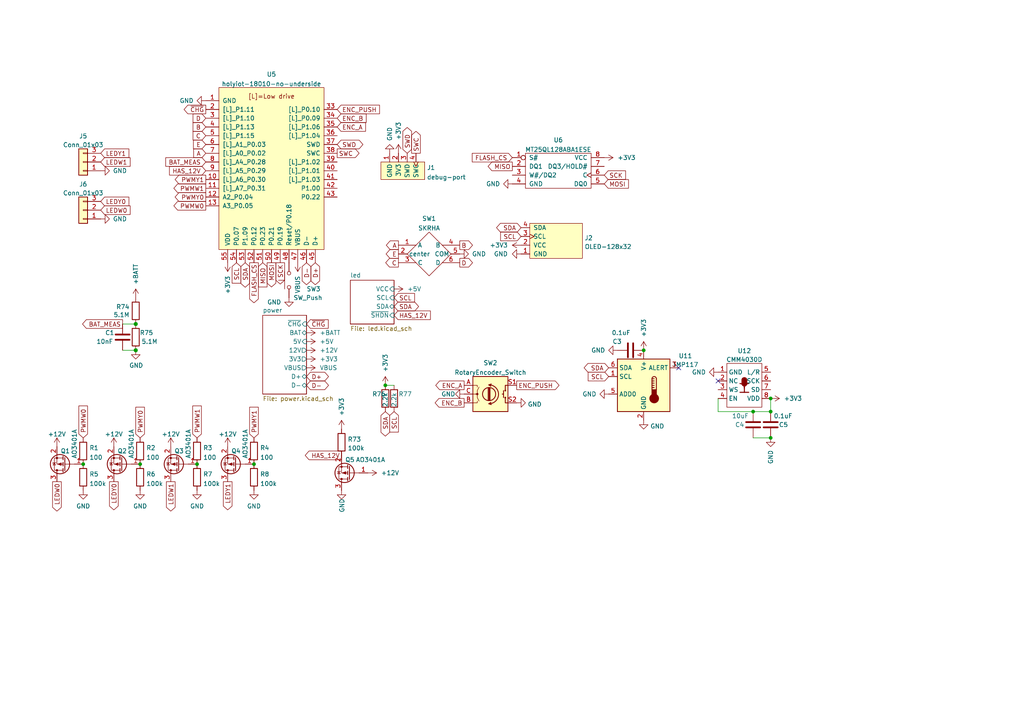
<source format=kicad_sch>
(kicad_sch (version 20211123) (generator eeschema)
  (paper "A4")
  (lib_symbols
    (symbol "Connector_Generic:Conn_01x03" (pin_names (offset 1.016) hide)
      (property "Reference" "J" (at 0 5.08 0))
      (property "Value" "Conn_01x03" (at 0 -5.08 0))
      (symbol "Conn_01x03_1_1"
        (rectangle (start -1.27 -2.413) (end 0 -2.667) (stroke (width 0.1524)))
        (rectangle (start -1.27 0.127) (end 0 -0.127) (stroke (width 0.1524)))
        (rectangle (start -1.27 2.667) (end 0 2.413) (stroke (width 0.1524)))
        (rectangle (start -1.27 3.81) (end 1.27 -3.81) (stroke (width 0.254)) (fill (type background)))
        (pin passive line (at -5.08 2.54 0) (length 3.81) (name "Pin_1") (number "1"))
        (pin passive line (at -5.08 0 0) (length 3.81) (name "Pin_2") (number "2"))
        (pin passive line (at -5.08 -2.54 0) (length 3.81) (name "Pin_3") (number "3"))
      )
    )
    (symbol "Device:C" (pin_numbers hide) (pin_names (offset 0.254))
      (property "Reference" "C" (at 0.635 2.54 0))
      (property "Value" "C" (at 0.635 -2.54 0))
      (symbol "C_0_1"
        (polyline (pts (xy -2.032 -0.762) (xy 2.032 -0.762)) (stroke (width 0.508)))
        (polyline (pts (xy -2.032 0.762) (xy 2.032 0.762)) (stroke (width 0.508)))
      )
      (symbol "C_1_1"
        (pin passive line (at 0 3.81 270) (length 2.794) (name "~") (number "1"))
        (pin passive line (at 0 -3.81 90) (length 2.794) (name "~") (number "2"))
      )
    )
    (symbol "Device:R" (pin_numbers hide) (pin_names (offset 0))
      (property "Reference" "R" (at 2.032 0 90))
      (property "Value" "R" (at 0 0 90))
      (symbol "R_0_1"
        (rectangle (start -1.016 -2.54) (end 1.016 2.54) (stroke (width 0.254)))
      )
      (symbol "R_1_1"
        (pin passive line (at 0 3.81 270) (length 1.27) (name "~") (number "1"))
        (pin passive line (at 0 -3.81 90) (length 1.27) (name "~") (number "2"))
      )
    )
    (symbol "Device:RotaryEncoder_Switch" (pin_names (offset 0.254) hide)
      (property "Reference" "SW" (at 0 6.604 0))
      (property "Value" "RotaryEncoder_Switch" (at 0 -6.604 0))
      (symbol "RotaryEncoder_Switch_0_1"
        (rectangle (start -5.08 5.08) (end 5.08 -5.08) (stroke (width 0.254)) (fill (type background)))
        (circle (center -3.81 0) (radius 0.254) (fill (type outline)))
        (arc (start -0.381 -2.794) (mid 2.3622 -0.0635) (end -0.381 2.667) (stroke (width 0.254)))
        (circle (center -0.381 0) (radius 1.905) (stroke (width 0.254)))
        (polyline (pts (xy -0.635 -1.778) (xy -0.635 1.778)) (stroke (width 0.254)))
        (polyline (pts (xy -0.381 -1.778) (xy -0.381 1.778)) (stroke (width 0.254)))
        (polyline (pts (xy -0.127 1.778) (xy -0.127 -1.778)) (stroke (width 0.254)))
        (polyline (pts (xy 3.81 0) (xy 3.429 0)) (stroke (width 0.254)))
        (polyline (pts (xy 3.81 1.016) (xy 3.81 -1.016)) (stroke (width 0.254)))
        (polyline (pts (xy -5.08 -2.54) (xy -3.81 -2.54) (xy -3.81 -2.032)))
        (polyline (pts (xy -5.08 2.54) (xy -3.81 2.54) (xy -3.81 2.032)))
        (polyline (pts (xy 0.254 -3.048) (xy -0.508 -2.794) (xy 0.127 -2.413)) (stroke (width 0.254)))
        (polyline (pts (xy 0.254 2.921) (xy -0.508 2.667) (xy 0.127 2.286)) (stroke (width 0.254)))
        (polyline (pts (xy 5.08 -2.54) (xy 4.318 -2.54) (xy 4.318 -1.016)) (stroke (width 0.254)))
        (polyline (pts (xy 5.08 2.54) (xy 4.318 2.54) (xy 4.318 1.016)) (stroke (width 0.254)))
        (polyline (pts (xy -5.08 0) (xy -3.81 0) (xy -3.81 -1.016) (xy -3.302 -2.032)))
        (polyline (pts (xy -4.318 0) (xy -3.81 0) (xy -3.81 1.016) (xy -3.302 2.032)))
        (circle (center 4.318 -1.016) (radius 0.127) (stroke (width 0.254)))
        (circle (center 4.318 1.016) (radius 0.127) (stroke (width 0.254)))
      )
      (symbol "RotaryEncoder_Switch_1_1"
        (pin passive line (at -7.62 2.54 0) (length 2.54) (name "A") (number "A"))
        (pin passive line (at -7.62 -2.54 0) (length 2.54) (name "B") (number "B"))
        (pin passive line (at -7.62 0 0) (length 2.54) (name "C") (number "C"))
        (pin passive line (at 7.62 2.54 180) (length 2.54) (name "S1") (number "S1"))
        (pin passive line (at 7.62 -2.54 180) (length 2.54) (name "S2") (number "S2"))
      )
    )
    (symbol "Switch:SW_Push" (pin_numbers hide) (pin_names (offset 1.016) hide)
      (property "Reference" "SW" (at 1.27 2.54 0))
      (property "Value" "SW_Push" (at 0 -1.524 0))
      (symbol "SW_Push_0_1"
        (circle (center -2.032 0) (radius 0.508))
        (polyline (pts (xy 0 1.27) (xy 0 3.048)))
        (polyline (pts (xy 2.54 1.27) (xy -2.54 1.27)))
        (circle (center 2.032 0) (radius 0.508))
        (pin passive line (at -5.08 0 0) (length 2.54) (name "1") (number "1"))
        (pin passive line (at 5.08 0 180) (length 2.54) (name "2") (number "2"))
      )
    )
    (symbol "Transistor_FET:AO3401A" (pin_names hide)
      (property "Reference" "Q" (at 5.08 1.905 0))
      (property "Value" "AO3401A" (at 5.08 0 0))
      (symbol "AO3401A_0_1"
        (polyline (pts (xy 0.254 0) (xy -2.54 0)))
        (polyline (pts (xy 0.254 1.905) (xy 0.254 -1.905)) (stroke (width 0.254)))
        (polyline (pts (xy 0.762 -1.27) (xy 0.762 -2.286)) (stroke (width 0.254)))
        (polyline (pts (xy 0.762 0.508) (xy 0.762 -0.508)) (stroke (width 0.254)))
        (polyline (pts (xy 0.762 2.286) (xy 0.762 1.27)) (stroke (width 0.254)))
        (polyline (pts (xy 2.54 2.54) (xy 2.54 1.778)))
        (polyline (pts (xy 2.54 -2.54) (xy 2.54 0) (xy 0.762 0)))
        (polyline (pts (xy 0.762 1.778) (xy 3.302 1.778) (xy 3.302 -1.778) (xy 0.762 -1.778)))
        (polyline (pts (xy 2.286 0) (xy 1.27 0.381) (xy 1.27 -0.381) (xy 2.286 0)) (fill (type outline)))
        (polyline (pts (xy 2.794 -0.508) (xy 2.921 -0.381) (xy 3.683 -0.381) (xy 3.81 -0.254)))
        (polyline (pts (xy 3.302 -0.381) (xy 2.921 0.254) (xy 3.683 0.254) (xy 3.302 -0.381)))
        (circle (center 1.651 0) (radius 2.794) (stroke (width 0.254)))
        (circle (center 2.54 -1.778) (radius 0.254) (fill (type outline)))
        (circle (center 2.54 1.778) (radius 0.254) (fill (type outline)))
      )
      (symbol "AO3401A_1_1"
        (pin input line (at -5.08 0 0) (length 2.54) (name "G") (number "1"))
        (pin passive line (at 2.54 -5.08 90) (length 2.54) (name "S") (number "2"))
        (pin passive line (at 2.54 5.08 270) (length 2.54) (name "D") (number "3"))
      )
    )
    (symbol "display:OLED-128x32" (pin_names (offset 1.016))
      (property "Reference" "J" (at 0 -6.35 0))
      (property "Value" "OLED-128x32" (at 0 6.35 0))
      (symbol "OLED-128x32_0_1"
        (rectangle (start 0 5.08) (end 15.24 -5.08) (fill (type background)))
      )
      (symbol "OLED-128x32_1_1"
        (pin power_in line (at -2.54 -3.81 0) (length 2.54) (name "GND") (number "1"))
        (pin power_in line (at -2.54 -1.27 0) (length 2.54) (name "VCC") (number "2"))
        (pin input clock (at -2.54 1.27 0) (length 2.54) (name "SCL") (number "3"))
        (pin bidirectional line (at -2.54 3.81 0) (length 2.54) (name "SDA") (number "4"))
      )
    )
    (symbol "ic:CMM4030D"
      (property "Reference" "U" (at 0 -10.922 0))
      (property "Value" "CMM4030D" (at 0 8.128 0))
      (symbol "CMM4030D_0_1"
        (rectangle (start -5.08 6.35) (end 5.08 -6.35) (stroke (width 0.1524)))
        (rectangle (start -0.762 1.524) (end 0.762 0.508) (stroke (width 0.1524)) (fill (type outline)))
        (arc (start 0 -0.762) (mid 0.898 1.406) (end -1.27 0.508) (stroke (width 0.3)))
        (polyline (pts (xy 0 -0.762) (xy 0 -2.032)) (stroke (width 0.3)))
        (polyline (pts (xy 1.27 -2.032) (xy -1.27 -2.032)) (stroke (width 0.3)))
        (circle (center 0 0.508) (radius 0.762) (stroke (width 0.1524)) (fill (type outline)))
        (circle (center 0 1.524) (radius 0.762) (stroke (width 0.1524)) (fill (type outline)))
        (arc (start 1.27 0.508) (mid -0.898 1.406) (end 0 -0.762) (stroke (width 0.3)))
      )
      (symbol "CMM4030D_1_1"
        (pin power_in line (at -7.62 3.81 0) (length 2.54) (name "GND") (number "1"))
        (pin input line (at -7.62 1.27 0) (length 2.54) (name "NC") (number "2"))
        (pin input line (at -7.62 -1.27 0) (length 2.54) (name "WS") (number "3"))
        (pin input line (at -7.62 -3.81 0) (length 2.54) (name "EN") (number "4"))
        (pin input line (at 7.62 3.81 180) (length 2.54) (name "L/R") (number "5"))
        (pin input line (at 7.62 1.27 180) (length 2.54) (name "SCK") (number "6"))
        (pin input line (at 7.62 -1.27 180) (length 2.54) (name "SD") (number "7"))
        (pin power_in line (at 7.62 -3.81 180) (length 2.54) (name "VDD") (number "8"))
      )
    )
    (symbol "ic:MT25QL128ABA1ESE" (pin_names (offset 1.016))
      (property "Reference" "U" (at 0 -12.7 0))
      (property "Value" "MT25QL128ABA1ESE" (at -1.27 12.7 0))
      (symbol "MT25QL128ABA1ESE_0_1"
        (rectangle (start -7.62 3.81) (end 11.43 -6.35))
      )
      (symbol "MT25QL128ABA1ESE_1_1"
        (pin input inverted (at -11.43 2.54 0) (length 3.81) (name "S#") (number "1"))
        (pin output line (at -11.43 0 0) (length 3.81) (name "DQ1") (number "2"))
        (pin bidirectional line (at -11.43 -2.54 0) (length 3.81) (name "W#/DQ2") (number "3"))
        (pin power_in line (at -11.43 -5.08 0) (length 3.81) (name "GND") (number "4"))
        (pin input line (at 15.24 -5.08 180) (length 3.81) (name "DQ0") (number "5"))
        (pin input clock (at 15.24 -2.54 180) (length 3.81) (name "C") (number "6"))
        (pin input line (at 15.24 0 180) (length 3.81) (name "DQ3/HOLD#") (number "7"))
        (pin power_in line (at 15.24 2.54 180) (length 3.81) (name "VCC") (number "8"))
      )
    )
    (symbol "ic:TMP117"
      (property "Reference" "U" (at 10.16 -2.54 0))
      (property "Value" "TMP117" (at 12.7 -5.08 0))
      (symbol "TMP117_0_1"
        (rectangle (start -7.62 7.62) (end 7.62 -7.62) (stroke (width 0.254)) (fill (type background)))
      )
      (symbol "TMP117_1_1"
        (polyline (pts (xy 2.413 -0.635) (xy 3.048 -0.635)) (stroke (width 0.254)))
        (polyline (pts (xy 2.413 0) (xy 3.048 0)) (stroke (width 0.254)))
        (polyline (pts (xy 2.413 0.635) (xy 3.048 0.635)) (stroke (width 0.254)))
        (polyline (pts (xy 2.413 1.27) (xy 3.048 1.27)) (stroke (width 0.254)))
        (polyline (pts (xy 2.413 1.905) (xy 2.413 -1.27)) (stroke (width 0.254)))
        (polyline (pts (xy 2.413 1.905) (xy 3.048 1.905)) (stroke (width 0.254)))
        (polyline (pts (xy 3.683 1.905) (xy 3.683 -1.27)) (stroke (width 0.254)))
        (circle (center 3.048 -3.81) (radius 1.27) (stroke (width 0.254)) (fill (type outline)))
        (rectangle (start 3.683 -3.175) (end 2.413 -1.27) (stroke (width 0.254)) (fill (type outline)))
        (arc (start 3.683 1.905) (mid 3.048 2.54) (end 2.413 1.905) (stroke (width 0.254)))
        (pin input line (at -10.16 2.54 0) (length 2.54) (name "SCL") (number "1"))
        (pin power_in line (at 0 -10.16 90) (length 2.54) (name "GND") (number "2"))
        (pin open_collector line (at 10.16 5.08 180) (length 2.54) (name "ALERT") (number "3"))
        (pin power_in line (at 0 10.16 270) (length 2.54) (name "V+") (number "4"))
        (pin input line (at -10.16 -2.54 0) (length 2.54) (name "ADD0") (number "5"))
        (pin bidirectional line (at -10.16 5.08 0) (length 2.54) (name "SDA") (number "6"))
        (pin power_in line (at 0 -10.16 90) (length 2.54) hide (name "GND") (number "7"))
      )
    )
    (symbol "mcu:holyiot-18010-no-underside" (pin_names (offset 1.016))
      (property "Reference" "U" (at 0 20.32 0))
      (property "Value" "holyiot-18010-no-underside" (at 0 17.78 0))
      (symbol "holyiot-18010-no-underside_0_0"
        (text "[L]=Low drive" (at 0 13.97 0) (effects (font (size 1.27 1.27))))
      )
      (symbol "holyiot-18010-no-underside_0_1"
        (rectangle (start -15.24 -30.48) (end 15.24 16.51) (fill (type background)))
      )
      (symbol "holyiot-18010-no-underside_1_1"
        (pin power_in line (at -19.05 12.7 0) (length 3.81) (name "GND") (number "1"))
        (pin bidirectional line (at -19.05 -10.16 0) (length 3.81) (name "[L]_A6_P0.30") (number "10"))
        (pin bidirectional line (at -19.05 -12.7 0) (length 3.81) (name "[L]_A7_P0.31") (number "11"))
        (pin bidirectional line (at -19.05 -15.24 0) (length 3.81) (name "A2_P0.04") (number "12"))
        (pin bidirectional line (at -19.05 -17.78 0) (length 3.81) (name "A3_P0.05") (number "13"))
        (pin bidirectional line (at -19.05 10.16 0) (length 3.81) (name "[L]_P1.11") (number "2"))
        (pin bidirectional line (at -19.05 7.62 0) (length 3.81) (name "[L]_P1.10") (number "3"))
        (pin passive line (at -19.05 12.7 0) (length 3.81) hide (name "GND") (number "32"))
        (pin bidirectional line (at 19.05 10.16 180) (length 3.81) (name "[L]_P0.10") (number "33"))
        (pin bidirectional line (at 19.05 7.62 180) (length 3.81) (name "[L]_P0.09") (number "34"))
        (pin bidirectional line (at 19.05 5.08 180) (length 3.81) (name "[L]_P1.06") (number "35"))
        (pin bidirectional line (at 19.05 2.54 180) (length 3.81) (name "[L]_P1.04") (number "36"))
        (pin input line (at 19.05 0 180) (length 3.81) (name "SWD") (number "37"))
        (pin bidirectional line (at 19.05 -2.54 180) (length 3.81) (name "SWC") (number "38"))
        (pin bidirectional line (at 19.05 -5.08 180) (length 3.81) (name "[L]_P1.02") (number "39"))
        (pin bidirectional line (at -19.05 5.08 0) (length 3.81) (name "[L]_P1.13") (number "4"))
        (pin bidirectional line (at 19.05 -7.62 180) (length 3.81) (name "[L]_P1.01") (number "40"))
        (pin bidirectional line (at 19.05 -10.16 180) (length 3.81) (name "[L]_P1.03") (number "41"))
        (pin bidirectional line (at 19.05 -12.7 180) (length 3.81) (name "P1.00") (number "42"))
        (pin bidirectional line (at 19.05 -15.24 180) (length 3.81) (name "P0.22") (number "43"))
        (pin passive line (at -19.05 12.7 0) (length 3.81) hide (name "GND") (number "44"))
        (pin bidirectional line (at 12.7 -34.29 90) (length 3.81) (name "D+") (number "45"))
        (pin bidirectional line (at 10.16 -34.29 90) (length 3.81) (name "D-") (number "46"))
        (pin power_in line (at 7.62 -34.29 90) (length 3.81) (name "VBUS") (number "47"))
        (pin bidirectional line (at 5.08 -34.29 90) (length 3.81) (name "Reset/P0.18") (number "48"))
        (pin bidirectional line (at 2.54 -34.29 90) (length 3.81) (name "P0.19") (number "49"))
        (pin bidirectional line (at -19.05 2.54 0) (length 3.81) (name "[L]_P1.15") (number "5"))
        (pin bidirectional line (at 0 -34.29 90) (length 3.81) (name "P0.21") (number "50"))
        (pin bidirectional line (at -2.54 -34.29 90) (length 3.81) (name "P0.23") (number "51"))
        (pin bidirectional line (at -5.08 -34.29 90) (length 3.81) (name "P0.12") (number "52"))
        (pin bidirectional line (at -7.62 -34.29 90) (length 3.81) (name "P1.09") (number "53"))
        (pin bidirectional line (at -10.16 -34.29 90) (length 3.81) (name "P0.07") (number "54"))
        (pin power_in line (at -12.7 -34.29 90) (length 3.81) (name "VDD") (number "55"))
        (pin bidirectional line (at -19.05 0 0) (length 3.81) (name "[L]_A1_P0.03") (number "6"))
        (pin bidirectional line (at -19.05 -2.54 0) (length 3.81) (name "[L]_A0_P0.02") (number "7"))
        (pin bidirectional line (at -19.05 -5.08 0) (length 3.81) (name "[L]_A4_P0.28") (number "8"))
        (pin bidirectional line (at -19.05 -7.62 0) (length 3.81) (name "[L]_A5_P0.29") (number "9"))
      )
    )
    (symbol "misc:debug-port" (in_bom no)
      (property "Reference" "J" (at 0 6.35 0))
      (property "Value" "debug-port" (at 0 -3.81 0))
      (symbol "debug-port_0_1"
        (rectangle (start -6.35 2.54) (end 6.35 -2.54) (fill (type background)))
      )
      (symbol "debug-port_1_1"
        (pin power_out line (at -3.81 5.08 270) (length 2.54) (name "GND") (number "1"))
        (pin power_out line (at -1.27 5.08 270) (length 2.54) (name "3V3") (number "2"))
        (pin bidirectional line (at 1.27 5.08 270) (length 2.54) (name "SWD") (number "3"))
        (pin output clock (at 3.81 5.08 270) (length 2.54) (name "SWC") (number "4"))
      )
    )
    (symbol "power:+12V" (power) (pin_names (offset 0))
      (property "Value" "+12V" (at 0 3.556 0))
      (symbol "+12V_0_1"
        (polyline (pts (xy -0.762 1.27) (xy 0 2.54)))
        (polyline (pts (xy 0 0) (xy 0 2.54)))
        (polyline (pts (xy 0 2.54) (xy 0.762 1.27)))
      )
      (symbol "+12V_1_1"
        (pin power_in line (at 0 0 90) (length 0) hide (name "+12V") (number "1"))
      )
    )
    (symbol "power:+3V3" (power) (pin_names (offset 0))
      (property "Value" "+3V3" (at 0 3.556 0))
      (symbol "+3V3_0_1"
        (polyline (pts (xy -0.762 1.27) (xy 0 2.54)))
        (polyline (pts (xy 0 0) (xy 0 2.54)))
        (polyline (pts (xy 0 2.54) (xy 0.762 1.27)))
      )
      (symbol "+3V3_1_1"
        (pin power_in line (at 0 0 90) (length 0) hide (name "+3V3") (number "1"))
      )
    )
    (symbol "power:+5V" (power) (pin_names (offset 0))
      (property "Value" "+5V" (at 0 3.556 0))
      (symbol "+5V_0_1"
        (polyline (pts (xy -0.762 1.27) (xy 0 2.54)))
        (polyline (pts (xy 0 0) (xy 0 2.54)))
        (polyline (pts (xy 0 2.54) (xy 0.762 1.27)))
      )
      (symbol "+5V_1_1"
        (pin power_in line (at 0 0 90) (length 0) hide (name "+5V") (number "1"))
      )
    )
    (symbol "power:+BATT" (power) (pin_names (offset 0))
      (property "Value" "+BATT" (at 0 3.556 0))
      (symbol "+BATT_0_1"
        (polyline (pts (xy -0.762 1.27) (xy 0 2.54)))
        (polyline (pts (xy 0 0) (xy 0 2.54)))
        (polyline (pts (xy 0 2.54) (xy 0.762 1.27)))
      )
      (symbol "+BATT_1_1"
        (pin power_in line (at 0 0 90) (length 0) hide (name "+BATT") (number "1"))
      )
    )
    (symbol "power:GND" (power) (pin_names (offset 0))
      (property "Value" "GND" (at 0 -3.81 0))
      (symbol "GND_0_1"
        (polyline (pts (xy 0 0) (xy 0 -1.27) (xy 1.27 -1.27) (xy 0 -2.54) (xy -1.27 -1.27) (xy 0 -1.27)))
      )
      (symbol "GND_1_1"
        (pin power_in line (at 0 0 270) (length 0) hide (name "GND") (number "1"))
      )
    )
    (symbol "power:VBUS" (power) (pin_names (offset 0))
      (property "Value" "VBUS" (at 0 3.81 0))
      (symbol "VBUS_0_1"
        (polyline (pts (xy -0.762 1.27) (xy 0 2.54)))
        (polyline (pts (xy 0 0) (xy 0 2.54)))
        (polyline (pts (xy 0 2.54) (xy 0.762 1.27)))
      )
      (symbol "VBUS_1_1"
        (pin power_in line (at 0 0 90) (length 0) hide (name "VBUS") (number "1"))
      )
    )
    (symbol "switch:SKRHA"
      (property "Reference" "SW" (at 0 8.89 0))
      (property "Value" "SKRHA" (at 0 -8.89 0))
      (symbol "SKRHA_0_1"
        (polyline (pts (xy 0 -6.35) (xy 6.35 0) (xy 0 6.35) (xy -6.35 0) (xy 0 -6.35)) (stroke (width 0.1524)))
      )
      (symbol "SKRHA_1_1"
        (pin bidirectional line (at -8.89 2.54 0) (length 5.08) (name "A") (number "1"))
        (pin bidirectional line (at -8.89 0 0) (length 2.54) (name "center") (number "2"))
        (pin bidirectional line (at -8.89 -2.54 0) (length 5.08) (name "C") (number "3"))
        (pin bidirectional line (at 8.89 2.54 180) (length 5.08) (name "B") (number "4"))
        (pin bidirectional line (at 8.89 0 180) (length 2.54) (name "COM") (number "5"))
        (pin bidirectional line (at 8.89 -2.54 180) (length 5.08) (name "D") (number "6"))
      )
    )
  )
  (junction (at 223.52 115.57))
  (junction (at 218.44 119.38))
  (junction (at 40.64 134.62))
  (junction (at 223.52 127))
  (junction (at 223.52 119.38))
  (junction (at 39.37 101.6) (diameter 1.016))
  (junction (at 57.15 134.62))
  (junction (at 39.37 93.98) (diameter 1.016))
  (junction (at 186.69 101.6))
  (junction (at 24.13 134.62))
  (junction (at 111.76 111.76))
  (junction (at 73.66 134.62))
  (no_connect (at 208.28 110.49))
  (no_connect (at 196.85 106.68))
  (wire (pts (xy 208.28 115.57) (xy 208.28 119.38)))
  (wire (pts (xy 218.44 127) (xy 223.52 127)))
  (wire (pts (xy 223.52 119.38) (xy 223.52 115.57)))
  (wire (pts (xy 35.56 93.98) (xy 39.37 93.98)))
  (wire (pts (xy 111.76 111.76) (xy 114.3 111.76)))
  (wire (pts (xy 39.37 101.6) (xy 35.56 101.6)))
  (wire (pts (xy 208.28 119.38) (xy 218.44 119.38)))
  (wire (pts (xy 218.44 119.38) (xy 223.52 119.38)))
  (global_label "C" (shape input) (at 59.69 39.37 180) (property "Intersheet References" "${INTERSHEET_REFS}" (effects hide)))
  (global_label "ENC_A" (shape output) (at 134.62 111.76 180) (property "Intersheet References" "${INTERSHEET_REFS}" (effects hide)))
  (global_label "SCL" (shape input) (at 151.13 68.58 180) (property "Intersheet References" "${INTERSHEET_REFS}" (effects hide)))
  (global_label "D+" (shape bidirectional) (at 88.9 109.22 0) (property "Intersheet References" "${INTERSHEET_REFS}" (effects hide)))
  (global_label "ENC_B" (shape output) (at 134.62 116.84 180) (property "Intersheet References" "${INTERSHEET_REFS}" (effects hide)))
  (global_label "LEDY0" (shape output) (at 33.02 139.7 270) (property "Intersheet References" "${INTERSHEET_REFS}" (effects hide)))
  (global_label "D" (shape output) (at 133.35 76.2 0) (property "Intersheet References" "${INTERSHEET_REFS}" (effects hide)))
  (global_label "FLASH_CS" (shape output) (at 73.66 76.2 270) (property "Intersheet References" "${INTERSHEET_REFS}" (effects hide)))
  (global_label "HAS_12V" (shape output) (at 99.06 132.08 180) (property "Intersheet References" "${INTERSHEET_REFS}" (effects hide)))
  (global_label "B" (shape output) (at 133.35 71.12 0) (property "Intersheet References" "${INTERSHEET_REFS}" (effects hide)))
  (global_label "HAS_12V" (shape input) (at 114.3 91.44 0) (property "Intersheet References" "${INTERSHEET_REFS}" (effects hide)))
  (global_label "SDA" (shape bidirectional) (at 114.3 88.9 0) (property "Intersheet References" "${INTERSHEET_REFS}" (effects hide)))
  (global_label "LEDW1" (shape output) (at 49.53 139.7 270) (property "Intersheet References" "${INTERSHEET_REFS}" (effects hide)))
  (global_label "D-" (shape bidirectional) (at 88.9 76.2 270) (property "Intersheet References" "${INTERSHEET_REFS}" (effects hide)))
  (global_label "PWMW1" (shape output) (at 59.69 54.61 180) (property "Intersheet References" "${INTERSHEET_REFS}" (effects hide)))
  (global_label "FLASH_CS" (shape input) (at 148.59 45.72 180) (property "Intersheet References" "${INTERSHEET_REFS}" (effects hide)))
  (global_label "ENC_A" (shape input) (at 97.79 36.83 0) (property "Intersheet References" "${INTERSHEET_REFS}" (effects hide)))
  (global_label "PWMY0" (shape input) (at 40.64 127 90) (property "Intersheet References" "${INTERSHEET_REFS}" (effects hide)))
  (global_label "E" (shape input) (at 59.69 41.91 180) (property "Intersheet References" "${INTERSHEET_REFS}" (effects hide)))
  (global_label "A" (shape output) (at 115.57 71.12 180) (property "Intersheet References" "${INTERSHEET_REFS}" (effects hide)))
  (global_label "PWMY1" (shape output) (at 59.69 52.07 180) (property "Intersheet References" "${INTERSHEET_REFS}" (effects hide)))
  (global_label "SDA" (shape bidirectional) (at 71.12 76.2 270) (property "Intersheet References" "${INTERSHEET_REFS}" (effects hide)))
  (global_label "PWMY1" (shape input) (at 73.66 127 90) (property "Intersheet References" "${INTERSHEET_REFS}" (effects hide)))
  (global_label "MOSI" (shape input) (at 175.26 53.34 0) (property "Intersheet References" "${INTERSHEET_REFS}" (effects hide)))
  (global_label "ENC_PUSH" (shape output) (at 149.86 111.76 0) (property "Intersheet References" "${INTERSHEET_REFS}" (effects hide)))
  (global_label "~{CHG}" (shape input) (at 88.9 93.98 0) (property "Intersheet References" "${INTERSHEET_REFS}" (effects hide)))
  (global_label "PWMY0" (shape output) (at 59.69 57.15 180) (property "Intersheet References" "${INTERSHEET_REFS}" (effects hide)))
  (global_label "BAT_MEAS" (shape input) (at 59.69 46.99 180) (property "Intersheet References" "${INTERSHEET_REFS}" (effects hide)))
  (global_label "PWMW0" (shape input) (at 24.13 127 90) (property "Intersheet References" "${INTERSHEET_REFS}" (effects hide)))
  (global_label "SCL" (shape input) (at 176.53 109.22 180) (property "Intersheet References" "${INTERSHEET_REFS}" (effects hide)))
  (global_label "~{CHG}" (shape output) (at 59.69 31.75 180) (property "Intersheet References" "${INTERSHEET_REFS}" (effects hide)))
  (global_label "SDA" (shape bidirectional) (at 176.53 106.68 180) (property "Intersheet References" "${INTERSHEET_REFS}" (effects hide)))
  (global_label "E" (shape output) (at 115.57 73.66 180) (property "Intersheet References" "${INTERSHEET_REFS}" (effects hide)))
  (global_label "MISO" (shape output) (at 148.59 48.26 180) (property "Intersheet References" "${INTERSHEET_REFS}" (effects hide)))
  (global_label "LEDY1" (shape output) (at 66.04 139.7 270) (property "Intersheet References" "${INTERSHEET_REFS}" (effects hide)))
  (global_label "SCK" (shape output) (at 81.28 76.2 270) (property "Intersheet References" "${INTERSHEET_REFS}" (effects hide)))
  (global_label "MISO" (shape input) (at 76.2 76.2 270) (property "Intersheet References" "${INTERSHEET_REFS}" (effects hide)))
  (global_label "PWMW1" (shape input) (at 57.15 127 90) (property "Intersheet References" "${INTERSHEET_REFS}" (effects hide)))
  (global_label "LEDW0" (shape input) (at 29.21 60.96 0) (property "Intersheet References" "${INTERSHEET_REFS}" (effects hide)))
  (global_label "C" (shape output) (at 115.57 76.2 180) (property "Intersheet References" "${INTERSHEET_REFS}" (effects hide)))
  (global_label "LEDY1" (shape input) (at 29.21 44.45 0) (property "Intersheet References" "${INTERSHEET_REFS}" (effects hide)))
  (global_label "BAT_MEAS" (shape output) (at 35.56 93.98 180) (property "Intersheet References" "${INTERSHEET_REFS}" (effects hide)))
  (global_label "SDA" (shape bidirectional) (at 111.76 119.38 270) (property "Intersheet References" "${INTERSHEET_REFS}" (effects hide)))
  (global_label "D" (shape input) (at 59.69 34.29 180) (property "Intersheet References" "${INTERSHEET_REFS}" (effects hide)))
  (global_label "B" (shape input) (at 59.69 36.83 180) (property "Intersheet References" "${INTERSHEET_REFS}" (effects hide)))
  (global_label "PWMW0" (shape output) (at 59.69 59.69 180) (property "Intersheet References" "${INTERSHEET_REFS}" (effects hide)))
  (global_label "D+" (shape bidirectional) (at 91.44 76.2 270) (property "Intersheet References" "${INTERSHEET_REFS}" (effects hide)))
  (global_label "D-" (shape bidirectional) (at 88.9 111.76 0) (property "Intersheet References" "${INTERSHEET_REFS}" (effects hide)))
  (global_label "SCK" (shape input) (at 175.26 50.8 0) (property "Intersheet References" "${INTERSHEET_REFS}" (effects hide)))
  (global_label "SCL" (shape input) (at 114.3 86.36 0) (property "Intersheet References" "${INTERSHEET_REFS}" (effects hide)))
  (global_label "SWC" (shape output) (at 120.65 44.45 90) (property "Intersheet References" "${INTERSHEET_REFS}" (effects hide)))
  (global_label "SCL" (shape input) (at 68.58 76.2 270) (property "Intersheet References" "${INTERSHEET_REFS}" (effects hide)))
  (global_label "A" (shape input) (at 59.69 44.45 180) (property "Intersheet References" "${INTERSHEET_REFS}" (effects hide)))
  (global_label "SWC" (shape output) (at 97.79 44.45 0) (property "Intersheet References" "${INTERSHEET_REFS}" (effects hide)))
  (global_label "LEDW1" (shape input) (at 29.21 46.99 0) (property "Intersheet References" "${INTERSHEET_REFS}" (effects hide)))
  (global_label "SCL" (shape input) (at 114.3 119.38 270) (property "Intersheet References" "${INTERSHEET_REFS}" (effects hide)))
  (global_label "SWD" (shape bidirectional) (at 118.11 44.45 90) (property "Intersheet References" "${INTERSHEET_REFS}" (effects hide)))
  (global_label "ENC_PUSH" (shape input) (at 97.79 31.75 0) (property "Intersheet References" "${INTERSHEET_REFS}" (effects hide)))
  (global_label "SWD" (shape bidirectional) (at 97.79 41.91 0) (property "Intersheet References" "${INTERSHEET_REFS}" (effects hide)))
  (global_label "ENC_B" (shape input) (at 97.79 34.29 0) (property "Intersheet References" "${INTERSHEET_REFS}" (effects hide)))
  (global_label "HAS_12V" (shape input) (at 59.69 49.53 180) (property "Intersheet References" "${INTERSHEET_REFS}" (effects hide)))
  (global_label "LEDW0" (shape output) (at 16.51 139.7 270) (property "Intersheet References" "${INTERSHEET_REFS}" (effects hide)))
  (global_label "SDA" (shape bidirectional) (at 151.13 66.04 180) (property "Intersheet References" "${INTERSHEET_REFS}" (effects hide)))
  (global_label "MOSI" (shape output) (at 78.74 76.2 270) (property "Intersheet References" "${INTERSHEET_REFS}" (effects hide)))
  (global_label "LEDY0" (shape input) (at 29.21 58.42 0) (property "Intersheet References" "${INTERSHEET_REFS}" (effects hide)))
  (symbol (lib_id "power:+3V3") (at 186.69 101.6 0) (unit 1)
    (property "Reference" "#PWR0121" (effects hide))
    (property "Value" "+3V3" (at 186.69 97.79 90) (effects (justify left)))
  )
  (symbol (lib_id "power:GND") (at 151.13 73.66 270) (unit 1)
    (property "Reference" "#PWR011" (effects hide))
    (property "Value" "GND" (at 147.32 73.66 90) (effects (justify right)))
  )
  (symbol (lib_id "power:+BATT") (at 39.37 86.36 0) (unit 1)
    (property "Reference" "#PWR0114" (effects hide))
    (property "Value" "+BATT" (at 39.37 82.55 90) (effects (justify left)))
  )
  (symbol (lib_id "power:GND") (at 24.13 142.24 0) (unit 1)
    (property "Reference" "#PWR025" (effects hide))
    (property "Value" "GND" (at 24.13 146.8025 0))
  )
  (symbol (lib_id "power:+3V3") (at 66.04 76.2 180) (unit 1)
    (property "Reference" "#PWR013" (effects hide))
    (property "Value" "+3V3" (at 66.04 80.01 90) (effects (justify left)))
  )
  (symbol (lib_id "power:+3V3") (at 223.52 115.57 270) (unit 1)
    (property "Reference" "#PWR0123" (effects hide))
    (property "Value" "+3V3" (at 227.33 115.57 90) (effects (justify left)))
  )
  (symbol (lib_id "Connector_Generic:Conn_01x03") (at 24.13 60.96 180) (unit 1)
    (property "Reference" "J6" (at 24.13 53.4502 0))
    (property "Value" "Conn_01x03" (at 24.13 55.9871 0))
    (property "Footprint" "Connector_PinHeader_2.54mm:PinHeader_1x03_P2.54mm_Vertical" (effects hide))
  )
  (symbol (lib_id "power:GND") (at 39.37 101.6 0) (unit 1)
    (property "Reference" "#PWR0113" (effects hide))
    (property "Value" "GND" (at 39.497 105.9942 0))
  )
  (symbol (lib_id "power:+12V") (at 49.53 129.54 0) (unit 1)
    (property "Reference" "#PWR023" (effects hide))
    (property "Value" "+12V" (at 49.53 125.9355 0))
  )
  (symbol (lib_id "power:GND") (at 133.35 73.66 90) (unit 1)
    (property "Reference" "#PWR0118" (effects hide))
    (property "Value" "GND" (at 140.97 73.66 90) (effects (justify left)))
  )
  (symbol (lib_id "power:+3V3") (at 99.06 124.46 0) (unit 1)
    (property "Reference" "#PWR0112" (effects hide))
    (property "Value" "+3V3" (at 99.06 120.65 90) (effects (justify left)))
  )
  (symbol (lib_id "power:+3V3") (at 175.26 45.72 270) (unit 1)
    (property "Reference" "#PWR09" (effects hide))
    (property "Value" "+3V3" (at 179.07 45.72 90) (effects (justify left)))
  )
  (symbol (lib_id "power:GND") (at 149.86 116.84 90) (unit 1)
    (property "Reference" "#PWR0116" (effects hide))
    (property "Value" "GND" (at 153.035 117.2738 90) (effects (justify right)))
  )
  (symbol (lib_id "power:+12V") (at 33.02 129.54 0) (unit 1)
    (property "Reference" "#PWR022" (effects hide))
    (property "Value" "+12V" (at 33.02 125.9355 0))
  )
  (symbol (lib_id "power:+3V3") (at 88.9 104.14 270) (unit 1)
    (property "Reference" "#PWR019" (effects hide))
    (property "Value" "+3V3" (at 92.71 104.14 90) (effects (justify left)))
  )
  (symbol (lib_id "power:GND") (at 148.59 53.34 270) (unit 1)
    (property "Reference" "#PWR010" (effects hide))
    (property "Value" "GND" (at 140.97 53.34 90) (effects (justify left)))
  )
  (symbol (lib_id "power:+BATT") (at 88.9 96.52 270) (unit 1)
    (property "Reference" "#PWR016" (effects hide))
    (property "Value" "+BATT" (at 92.71 96.52 90) (effects (justify left)))
  )
  (symbol (lib_id "Device:R") (at 24.13 138.43 0) (unit 1)
    (property "Reference" "R5" (at 25.908 137.5215 0) (effects (justify left)))
    (property "Value" "100k" (at 25.908 140.2966 0) (effects (justify left)))
    (property "Footprint" "Resistor_SMD:R_0603_1608Metric" (effects hide))
  )
  (symbol (lib_id "power:GND") (at 29.21 63.5 90) (unit 1)
    (property "Reference" "#PWR0109" (effects hide))
    (property "Value" "GND" (at 36.83 63.5 90) (effects (justify left)))
  )
  (symbol (lib_id "Device:R") (at 39.37 97.79 0) (mirror y) (unit 1)
    (property "Reference" "R75" (at 44.45 96.52 0) (effects (justify left)))
    (property "Value" "5.1M" (at 45.72 99.06 0) (effects (justify left)))
    (property "Footprint" "Resistor_SMD:R_0603_1608Metric" (effects hide))
  )
  (symbol (lib_id "ic:TMP117") (at 186.69 111.76 0) (unit 1)
    (property "Reference" "U11" (at 198.8102 103.2216 0))
    (property "Value" "TMP117" (at 198.8102 105.7585 0))
    (property "Footprint" "Package_SON:WSON-6-1EP_2x2mm_P0.65mm_EP1x1.6mm" (effects hide))
    (property "Datasheet" "http://www.ti.com/lit/gpn/tmp117" (effects hide))
  )
  (symbol (lib_id "power:+12V") (at 106.68 137.16 270) (unit 1)
    (property "Reference" "#PWR0106" (effects hide))
    (property "Value" "+12V" (at 110.49 137.16 90) (effects (justify left)))
  )
  (symbol (lib_id "power:GND") (at 40.64 142.24 0) (unit 1)
    (property "Reference" "#PWR026" (effects hide))
    (property "Value" "GND" (at 40.64 146.8025 0))
  )
  (symbol (lib_id "power:GND") (at 83.82 86.36 0) (unit 1)
    (property "Reference" "#PWR0115" (effects hide))
    (property "Value" "GND" (at 77.47 87.63 0) (effects (justify left)))
  )
  (symbol (lib_id "power:+3V3") (at 151.13 71.12 90) (unit 1)
    (property "Reference" "#PWR012" (effects hide))
    (property "Value" "+3V3" (at 147.32 71.12 90) (effects (justify left)))
  )
  (symbol (lib_id "Device:R") (at 39.37 90.17 0) (mirror y) (unit 1)
    (property "Reference" "R74" (at 37.592 89.0016 0) (effects (justify left)))
    (property "Value" "5.1M" (at 37.592 91.313 0) (effects (justify left)))
    (property "Footprint" "Resistor_SMD:R_0603_1608Metric" (effects hide))
  )
  (symbol (lib_id "power:+12V") (at 88.9 101.6 270) (unit 1)
    (property "Reference" "#PWR018" (effects hide))
    (property "Value" "+12V" (at 92.71 101.6 90) (effects (justify left)))
  )
  (symbol (lib_id "Device:C") (at 35.56 97.79 0) (unit 1)
    (property "Reference" "C1" (at 30.48 96.52 0) (effects (justify left)))
    (property "Value" "10nF" (at 27.94 99.06 0) (effects (justify left)))
    (property "Footprint" "Capacitor_SMD:C_0603_1608Metric" (effects hide))
  )
  (symbol (lib_id "power:GND") (at 176.53 114.3 270) (unit 1)
    (property "Reference" "#PWR0120" (effects hide))
    (property "Value" "GND" (at 168.91 114.3 90) (effects (justify left)))
  )
  (symbol (lib_id "Transistor_FET:AO3401A") (at 52.07 134.62 180) (unit 1)
    (property "Reference" "Q3" (at 53.34 130.81 0) (effects (justify left)))
    (property "Value" "AO3401A" (at 54.61 124.46 90) (effects (justify left)))
    (property "Footprint" "Package_TO_SOT_SMD:SOT-23" (effects hide))
    (property "Datasheet" "http://www.aosmd.com/pdfs/datasheet/AO3401A.pdf" (effects hide))
  )
  (symbol (lib_id "power:+5V") (at 88.9 99.06 270) (unit 1)
    (property "Reference" "#PWR017" (effects hide))
    (property "Value" "+5V" (at 92.71 99.06 90) (effects (justify left)))
  )
  (symbol (lib_id "Device:R") (at 24.13 130.81 0) (unit 1)
    (property "Reference" "R1" (at 25.908 129.9015 0) (effects (justify left)))
    (property "Value" "100" (at 25.908 132.6766 0) (effects (justify left)))
    (property "Footprint" "Resistor_SMD:R_0603_1608Metric" (effects hide))
  )
  (symbol (lib_id "power:GND") (at 99.06 142.24 0) (unit 1)
    (property "Reference" "#PWR0105" (effects hide))
    (property "Value" "GND" (at 99.187 146.6342 90))
  )
  (symbol (lib_id "power:GND") (at 59.69 29.21 270) (unit 1)
    (property "Reference" "#PWR06" (effects hide))
    (property "Value" "GND" (at 52.07 29.21 90) (effects (justify left)))
  )
  (symbol (lib_id "power:+12V") (at 66.04 129.54 0) (unit 1)
    (property "Reference" "#PWR024" (effects hide))
    (property "Value" "+12V" (at 66.04 125.9355 0))
  )
  (symbol (lib_id "power:GND") (at 73.66 142.24 0) (unit 1)
    (property "Reference" "#PWR028" (effects hide))
    (property "Value" "GND" (at 73.66 146.8025 0))
  )
  (symbol (lib_id "Transistor_FET:AO3401A") (at 19.05 134.62 180) (unit 1)
    (property "Reference" "Q1" (at 20.32 130.81 0) (effects (justify left)))
    (property "Value" "AO3401A" (at 21.59 124.46 90) (effects (justify left)))
    (property "Footprint" "Package_TO_SOT_SMD:SOT-23" (effects hide))
    (property "Datasheet" "http://www.aosmd.com/pdfs/datasheet/AO3401A.pdf" (effects hide))
  )
  (symbol (lib_id "Device:R") (at 40.64 138.43 0) (unit 1)
    (property "Reference" "R6" (at 42.418 137.5215 0) (effects (justify left)))
    (property "Value" "100k" (at 42.418 140.2966 0) (effects (justify left)))
    (property "Footprint" "Resistor_SMD:R_0603_1608Metric" (effects hide))
  )
  (symbol (lib_id "power:GND") (at 57.15 142.24 0) (unit 1)
    (property "Reference" "#PWR027" (effects hide))
    (property "Value" "GND" (at 57.15 146.8025 0))
  )
  (symbol (lib_id "Transistor_FET:AO3401A") (at 101.6 137.16 180) (unit 1)
    (property "Reference" "Q5" (at 102.87 133.35 0) (effects (justify left)))
    (property "Value" "AO3401A" (at 111.76 133.35 0) (effects (justify left)))
    (property "Footprint" "Package_TO_SOT_SMD:SOT-23" (effects hide))
    (property "Datasheet" "http://www.aosmd.com/pdfs/datasheet/AO3401A.pdf" (effects hide))
  )
  (symbol (lib_id "power:GND") (at 223.52 127 0) (unit 1)
    (property "Reference" "#PWR0125" (effects hide))
    (property "Value" "GND" (at 223.52 134.62 90) (effects (justify left)))
  )
  (symbol (lib_id "switch:SKRHA") (at 124.46 73.66 0) (unit 1)
    (property "Reference" "SW1" (at 124.46 63.3943 0))
    (property "Value" "SKRHA" (at 124.46 66.1694 0))
    (property "Footprint" "switch:SKRHA-boss" (effects hide))
  )
  (symbol (lib_id "Device:C") (at 218.44 123.19 180) (unit 1)
    (property "Reference" "C4" (at 215.9 123.19 0) (effects (justify left)))
    (property "Value" "10uF" (at 217.17 120.65 0) (effects (justify left)))
    (property "Footprint" "Capacitor_SMD:C_0603_1608Metric" (effects hide))
  )
  (symbol (lib_id "Device:R") (at 57.15 138.43 0) (unit 1)
    (property "Reference" "R7" (at 58.928 137.5215 0) (effects (justify left)))
    (property "Value" "100k" (at 58.928 140.2966 0) (effects (justify left)))
    (property "Footprint" "Resistor_SMD:R_0603_1608Metric" (effects hide))
  )
  (symbol (lib_id "Device:R") (at 114.3 115.57 0) (unit 1)
    (property "Reference" "R77" (at 115.57 114.3 0) (effects (justify left)))
    (property "Value" "2.2k" (at 114.3 118.11 90) (effects (justify left)))
    (property "Footprint" "Resistor_SMD:R_0603_1608Metric" (effects hide))
  )
  (symbol (lib_id "Device:C") (at 223.52 123.19 180) (unit 1)
    (property "Reference" "C5" (at 228.6 123.19 0) (effects (justify left)))
    (property "Value" "0.1uF" (at 229.87 120.65 0) (effects (justify left)))
    (property "Footprint" "Capacitor_SMD:C_0603_1608Metric" (effects hide))
  )
  (symbol (lib_id "power:GND") (at 208.28 107.95 270) (unit 1)
    (property "Reference" "#PWR0124" (effects hide))
    (property "Value" "GND" (at 200.66 107.95 90) (effects (justify left)))
  )
  (symbol (lib_id "Transistor_FET:AO3401A") (at 35.56 134.62 180) (unit 1)
    (property "Reference" "Q2" (at 36.83 130.81 0) (effects (justify left)))
    (property "Value" "AO3401A" (at 38.1 124.46 90) (effects (justify left)))
    (property "Footprint" "Package_TO_SOT_SMD:SOT-23" (effects hide))
    (property "Datasheet" "http://www.aosmd.com/pdfs/datasheet/AO3401A.pdf" (effects hide))
  )
  (symbol (lib_id "Device:RotaryEncoder_Switch") (at 142.24 114.3 0) (unit 1)
    (property "Reference" "SW2" (at 142.24 105.2535 0))
    (property "Value" "RotaryEncoder_Switch" (at 142.24 108.0286 0))
    (property "Footprint" "Rotary_Encoder:RotaryEncoder_Alps_EC12E-Switch_Vertical_H20mm_CircularMountingHoles" (effects hide))
  )
  (symbol (lib_id "power:GND") (at 113.03 44.45 180) (unit 1)
    (property "Reference" "#PWR07" (effects hide))
    (property "Value" "GND" (at 113.03 36.83 90) (effects (justify left)))
  )
  (symbol (lib_id "mcu:holyiot-18010-no-underside") (at 78.74 41.91 0) (unit 1)
    (property "Reference" "U5" (at 78.74 21.5605 0))
    (property "Value" "holyiot-18010-no-underside" (at 78.74 24.3356 0))
    (property "Footprint" "mcu:holyiot-18010-no-underside" (effects hide))
  )
  (symbol (lib_id "display:OLED-128x32") (at 153.67 69.85 0) (unit 1)
    (property "Reference" "J2" (at 169.545 69.0153 0) (effects (justify left)))
    (property "Value" "OLED-128x32" (at 169.545 71.5522 0) (effects (justify left)))
    (property "Footprint" "display:OLED-128x32-cutout" (effects hide))
  )
  (symbol (lib_id "Switch:SW_Push") (at 83.82 81.28 90) (unit 1)
    (property "Reference" "SW3" (at 88.9 83.82 90) (effects (justify right)))
    (property "Value" "SW_Push" (at 85.09 86.36 90) (effects (justify right)))
    (property "Footprint" "Button_Switch_SMD:SW_SPST_B3U-1000P" (effects hide))
  )
  (symbol (lib_id "power:VBUS") (at 86.36 76.2 180) (unit 1)
    (property "Reference" "#PWR014" (effects hide))
    (property "Value" "VBUS" (at 86.36 80.01 90) (effects (justify left)))
  )
  (symbol (lib_id "power:+12V") (at 16.51 129.54 0) (unit 1)
    (property "Reference" "#PWR021" (effects hide))
    (property "Value" "+12V" (at 16.51 125.9355 0))
  )
  (symbol (lib_id "misc:debug-port") (at 116.84 49.53 0) (unit 1) (in_bom no)
    (property "Reference" "J1" (at 123.825 48.6215 0) (effects (justify left)))
    (property "Value" "debug-port" (at 123.825 51.3966 0) (effects (justify left)))
    (property "Footprint" "misc:debug-port-single-side" (effects hide))
  )
  (symbol (lib_id "ic:CMM4030D") (at 215.9 111.76 0) (unit 1)
    (property "Reference" "U12" (at 215.9 101.761 0))
    (property "Value" "CMM4030D" (at 215.9 104.2979 0))
    (property "Footprint" "ic:CMM4030D_hand_solder" (effects hide))
  )
  (symbol (lib_id "Device:R") (at 57.15 130.81 0) (unit 1)
    (property "Reference" "R3" (at 58.928 129.9015 0) (effects (justify left)))
    (property "Value" "100" (at 58.928 132.6766 0) (effects (justify left)))
    (property "Footprint" "Resistor_SMD:R_0603_1608Metric" (effects hide))
  )
  (symbol (lib_id "power:GND") (at 179.07 101.6 270) (unit 1)
    (property "Reference" "#PWR0122" (effects hide))
    (property "Value" "GND" (at 171.45 101.6 90) (effects (justify left)))
  )
  (symbol (lib_id "power:VBUS") (at 88.9 106.68 270) (unit 1)
    (property "Reference" "#PWR020" (effects hide))
    (property "Value" "VBUS" (at 92.71 106.68 90) (effects (justify left)))
  )
  (symbol (lib_id "power:+5V") (at 114.3 83.82 270) (unit 1)
    (property "Reference" "#PWR0110" (effects hide))
    (property "Value" "+5V" (at 118.11 83.82 90) (effects (justify left)))
  )
  (symbol (lib_id "power:+3V3") (at 111.76 111.76 0) (unit 1)
    (property "Reference" "#PWR015" (effects hide))
    (property "Value" "+3V3" (at 111.76 107.95 90) (effects (justify left)))
  )
  (symbol (lib_id "Connector_Generic:Conn_01x03") (at 24.13 46.99 180) (unit 1)
    (property "Reference" "J5" (at 24.13 39.4802 0))
    (property "Value" "Conn_01x03" (at 24.13 42.0171 0))
    (property "Footprint" "Connector_PinHeader_2.54mm:PinHeader_1x03_P2.54mm_Vertical" (effects hide))
  )
  (symbol (lib_id "Transistor_FET:AO3401A") (at 68.58 134.62 180) (unit 1)
    (property "Reference" "Q4" (at 69.85 130.81 0) (effects (justify left)))
    (property "Value" "AO3401A" (at 71.12 124.46 90) (effects (justify left)))
    (property "Footprint" "Package_TO_SOT_SMD:SOT-23" (effects hide))
    (property "Datasheet" "http://www.aosmd.com/pdfs/datasheet/AO3401A.pdf" (effects hide))
  )
  (symbol (lib_id "power:GND") (at 29.21 49.53 90) (unit 1)
    (property "Reference" "#PWR0108" (effects hide))
    (property "Value" "GND" (at 36.83 49.53 90) (effects (justify left)))
  )
  (symbol (lib_id "Device:C") (at 182.88 101.6 90) (unit 1)
    (property "Reference" "C3" (at 180.34 99.06 90) (effects (justify left)))
    (property "Value" "0.1uF" (at 182.88 96.52 90) (effects (justify left)))
    (property "Footprint" "Capacitor_SMD:C_0603_1608Metric" (effects hide))
  )
  (symbol (lib_id "power:GND") (at 134.62 114.3 270) (unit 1)
    (property "Reference" "#PWR0117" (effects hide))
    (property "Value" "GND" (at 132.08 114.3 90) (effects (justify right)))
  )
  (symbol (lib_id "Device:R") (at 40.64 130.81 0) (unit 1)
    (property "Reference" "R2" (at 42.418 129.9015 0) (effects (justify left)))
    (property "Value" "100" (at 42.418 132.6766 0) (effects (justify left)))
    (property "Footprint" "Resistor_SMD:R_0603_1608Metric" (effects hide))
  )
  (symbol (lib_id "ic:MT25QL128ABA1ESE") (at 160.02 48.26 0) (unit 1)
    (property "Reference" "U6" (at 161.925 40.6105 0))
    (property "Value" "MT25QL128ABA1ESE" (at 161.925 43.3856 0))
    (property "Footprint" "Package_SO:SOIC-8_5.23x5.23mm_P1.27mm" (effects hide))
  )
  (symbol (lib_id "power:+3V3") (at 115.57 44.45 0) (unit 1)
    (property "Reference" "#PWR08" (effects hide))
    (property "Value" "+3V3" (at 115.57 40.64 90) (effects (justify left)))
  )
  (symbol (lib_id "power:GND") (at 186.69 121.92 0) (unit 1)
    (property "Reference" "#PWR0119" (effects hide))
    (property "Value" "GND" (at 188.595 123.6238 0) (effects (justify left)))
  )
  (symbol (lib_id "Device:R") (at 111.76 115.57 0) (unit 1)
    (property "Reference" "R76" (at 107.95 114.3 0) (effects (justify left)))
    (property "Value" "2.2k" (at 111.76 118.11 90) (effects (justify left)))
    (property "Footprint" "Resistor_SMD:R_0603_1608Metric" (effects hide))
  )
  (symbol (lib_id "Device:R") (at 73.66 130.81 0) (unit 1)
    (property "Reference" "R4" (at 75.438 129.9015 0) (effects (justify left)))
    (property "Value" "100" (at 75.438 132.6766 0) (effects (justify left)))
    (property "Footprint" "Resistor_SMD:R_0603_1608Metric" (effects hide))
  )
  (symbol (lib_id "Device:R") (at 73.66 138.43 0) (unit 1)
    (property "Reference" "R8" (at 75.438 137.5215 0) (effects (justify left)))
    (property "Value" "100k" (at 75.438 140.2966 0) (effects (justify left)))
    (property "Footprint" "Resistor_SMD:R_0603_1608Metric" (effects hide))
  )
  (symbol (lib_id "Device:R") (at 99.06 128.27 0) (unit 1)
    (property "Reference" "R73" (at 100.838 127.4353 0) (effects (justify left)))
    (property "Value" "100k" (at 100.838 129.9722 0) (effects (justify left)))
    (property "Footprint" "Resistor_SMD:R_0603_1608Metric" (effects hide))
  )
  (sheet (at 101.6 81.28) (size 12.7 12.7) (stroke (width 0.1524))
    (property "Sheet name" "led" (at 101.6 80.5684 0) (effects (justify left bottom)))
    (property "Sheet file" "led.kicad_sch" (at 101.6 94.5646 0) (effects (justify left top)))
    (pin "SCL" input (at 114.3 86.36 0))
    (pin "SDA" bidirectional (at 114.3 88.9 0))
    (pin "VCC" input (at 114.3 83.82 0))
    (pin "~{SHDN}" input (at 114.3 91.44 0))
  )
  (sheet (at 76.2 91.44) (size 12.7 22.86) (stroke (width 0.1524))
    (property "Sheet name" "power" (at 76.2 90.7284 0) (effects (justify left bottom)))
    (property "Sheet file" "power.kicad_sch" (at 76.2 114.8846 0) (effects (justify left top)))
    (pin "BAT" bidirectional (at 88.9 96.52 0))
    (pin "5V" input (at 88.9 99.06 0))
    (pin "12V" output (at 88.9 101.6 0))
    (pin "3V3" output (at 88.9 104.14 0))
    (pin "VBUS" output (at 88.9 106.68 0))
    (pin "~{CHG}" input (at 88.9 93.98 0))
    (pin "D+" bidirectional (at 88.9 109.22 0))
    (pin "D-" bidirectional (at 88.9 111.76 0))
  )
)
</source>
